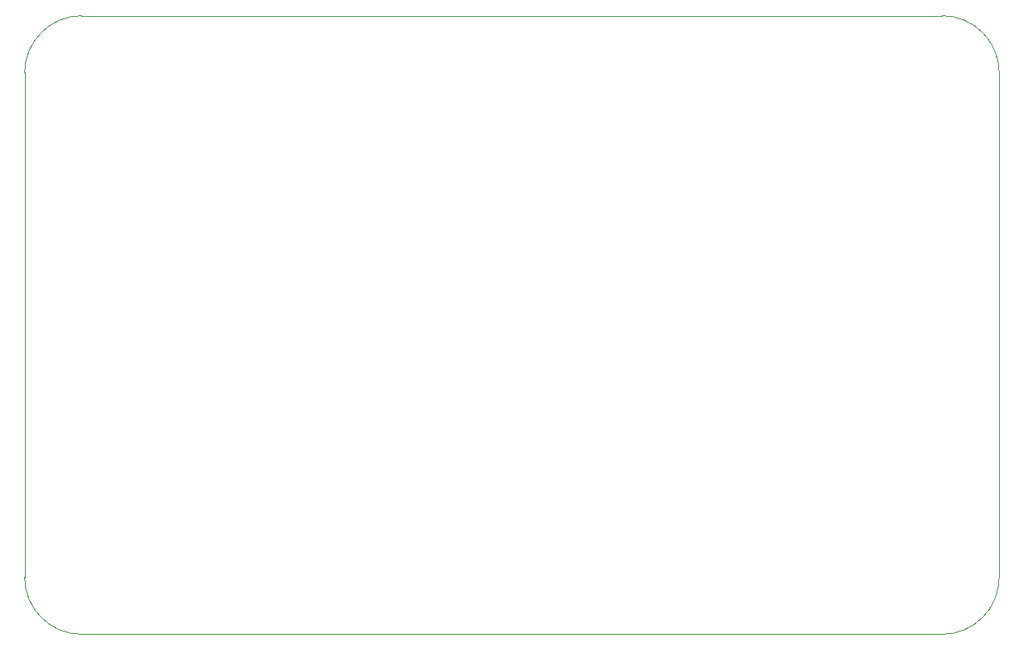
<source format=gbr>
%TF.GenerationSoftware,KiCad,Pcbnew,8.0.5*%
%TF.CreationDate,2025-01-03T15:42:36+07:00*%
%TF.ProjectId,Controller_Board,436f6e74-726f-46c6-9c65-725f426f6172,rev?*%
%TF.SameCoordinates,Original*%
%TF.FileFunction,Profile,NP*%
%FSLAX46Y46*%
G04 Gerber Fmt 4.6, Leading zero omitted, Abs format (unit mm)*
G04 Created by KiCad (PCBNEW 8.0.5) date 2025-01-03 15:42:36*
%MOMM*%
%LPD*%
G01*
G04 APERTURE LIST*
%TA.AperFunction,Profile*%
%ADD10C,0.050000*%
%TD*%
G04 APERTURE END LIST*
D10*
X181000000Y-121400000D02*
X181000000Y-68300000D01*
X78500000Y-68300000D02*
G75*
G02*
X84500000Y-62300000I6000000J0D01*
G01*
X175000000Y-62300000D02*
X84500000Y-62300000D01*
X181000000Y-121400000D02*
G75*
G02*
X175000000Y-127400000I-6000000J0D01*
G01*
X84500000Y-127400000D02*
X175000000Y-127400000D01*
X78500000Y-68300000D02*
X78500000Y-121400000D01*
X84500000Y-127400000D02*
G75*
G02*
X78500000Y-121400000I0J6000000D01*
G01*
X175000000Y-62300000D02*
G75*
G02*
X181000000Y-68300000I0J-6000000D01*
G01*
M02*

</source>
